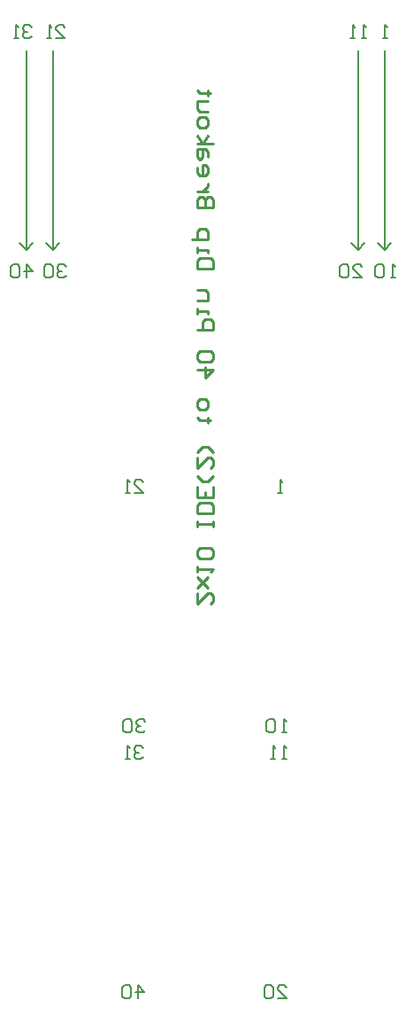
<source format=gbo>
G04 Layer_Color=32896*
%FSLAX25Y25*%
%MOIN*%
G70*
G01*
G75*
%ADD10C,0.00800*%
%ADD16C,0.01000*%
D10*
X157500Y347500D02*
Y422500D01*
X155000Y350000D02*
X157500Y347500D01*
X160000Y350000D01*
X167500Y347500D02*
X170000Y350000D01*
X165000D02*
X167500Y347500D01*
Y422500D01*
X42500Y347500D02*
Y422500D01*
X40000Y350000D02*
X42500Y347500D01*
X45000Y350000D01*
X32500Y347500D02*
X35000Y350000D01*
X30000D02*
X32500Y347500D01*
Y422500D01*
X129000Y256000D02*
X127334D01*
X128167D01*
Y260998D01*
X129000Y260165D01*
X168500Y427000D02*
X166834D01*
X167667D01*
Y431998D01*
X168500Y431165D01*
X171500Y337000D02*
X169834D01*
X170667D01*
Y341998D01*
X171500Y341165D01*
X167335D02*
X166502Y341998D01*
X164836D01*
X164002Y341165D01*
Y337833D01*
X164836Y337000D01*
X166502D01*
X167335Y337833D01*
Y341165D01*
X130500Y166000D02*
X128834D01*
X129667D01*
Y170998D01*
X130500Y170165D01*
X126335D02*
X125502Y170998D01*
X123836D01*
X123002Y170165D01*
Y166833D01*
X123836Y166000D01*
X125502D01*
X126335Y166833D01*
Y170165D01*
X160500Y427000D02*
X158834D01*
X159667D01*
Y431998D01*
X160500Y431165D01*
X156335Y427000D02*
X154669D01*
X155502D01*
Y431998D01*
X156335Y431165D01*
X155668Y337000D02*
X159000D01*
X155668Y340332D01*
Y341165D01*
X156501Y341998D01*
X158167D01*
X159000Y341165D01*
X154002D02*
X153169Y341998D01*
X151502D01*
X150669Y341165D01*
Y337833D01*
X151502Y337000D01*
X153169D01*
X154002Y337833D01*
Y341165D01*
X130500Y156000D02*
X128834D01*
X129667D01*
Y160998D01*
X130500Y160165D01*
X126335Y156000D02*
X124669D01*
X125502D01*
Y160998D01*
X126335Y160165D01*
X127168Y66000D02*
X130500D01*
X127168Y69332D01*
Y70165D01*
X128001Y70998D01*
X129667D01*
X130500Y70165D01*
X125502D02*
X124669Y70998D01*
X123002D01*
X122169Y70165D01*
Y66833D01*
X123002Y66000D01*
X124669D01*
X125502Y66833D01*
Y70165D01*
X47500Y341165D02*
X46667Y341998D01*
X45001D01*
X44168Y341165D01*
Y340332D01*
X45001Y339499D01*
X45834D01*
X45001D01*
X44168Y338666D01*
Y337833D01*
X45001Y337000D01*
X46667D01*
X47500Y337833D01*
X42502Y341165D02*
X41669Y341998D01*
X40002D01*
X39169Y341165D01*
Y337833D01*
X40002Y337000D01*
X41669D01*
X42502Y337833D01*
Y341165D01*
X43668Y427000D02*
X47000D01*
X43668Y430332D01*
Y431165D01*
X44501Y431998D01*
X46167D01*
X47000Y431165D01*
X42002Y427000D02*
X40336D01*
X41169D01*
Y431998D01*
X42002Y431165D01*
X32501Y337000D02*
Y341998D01*
X35000Y339499D01*
X31668D01*
X30002Y341165D02*
X29169Y341998D01*
X27502D01*
X26669Y341165D01*
Y337833D01*
X27502Y337000D01*
X29169D01*
X30002Y337833D01*
Y341165D01*
X34500Y431165D02*
X33667Y431998D01*
X32001D01*
X31168Y431165D01*
Y430332D01*
X32001Y429499D01*
X32834D01*
X32001D01*
X31168Y428666D01*
Y427833D01*
X32001Y427000D01*
X33667D01*
X34500Y427833D01*
X29502Y427000D02*
X27836D01*
X28669D01*
Y431998D01*
X29502Y431165D01*
X76500Y160165D02*
X75667Y160998D01*
X74001D01*
X73168Y160165D01*
Y159332D01*
X74001Y158499D01*
X74834D01*
X74001D01*
X73168Y157666D01*
Y156833D01*
X74001Y156000D01*
X75667D01*
X76500Y156833D01*
X71502Y156000D02*
X69836D01*
X70669D01*
Y160998D01*
X71502Y160165D01*
X74501Y66000D02*
Y70998D01*
X77000Y68499D01*
X73668D01*
X72002Y70165D02*
X71169Y70998D01*
X69502D01*
X68669Y70165D01*
Y66833D01*
X69502Y66000D01*
X71169D01*
X72002Y66833D01*
Y70165D01*
X73168Y256000D02*
X76500D01*
X73168Y259332D01*
Y260165D01*
X74001Y260998D01*
X75667D01*
X76500Y260165D01*
X71502Y256000D02*
X69836D01*
X70669D01*
Y260998D01*
X71502Y260165D01*
X77333Y170165D02*
X76500Y170998D01*
X74834D01*
X74001Y170165D01*
Y169332D01*
X74834Y168499D01*
X75667D01*
X74834D01*
X74001Y167666D01*
Y166833D01*
X74834Y166000D01*
X76500D01*
X77333Y166833D01*
X72335Y170165D02*
X71502Y170998D01*
X69836D01*
X69002Y170165D01*
Y166833D01*
X69836Y166000D01*
X71502D01*
X72335Y166833D01*
Y170165D01*
D16*
X97000Y218499D02*
Y214500D01*
X100999Y218499D01*
X101998D01*
X102998Y217499D01*
Y215500D01*
X101998Y214500D01*
X100999Y220498D02*
X97000Y224497D01*
X98999Y222497D01*
X100999Y224497D01*
X97000Y220498D01*
Y226496D02*
Y228496D01*
Y227496D01*
X102998D01*
X101998Y226496D01*
Y231494D02*
X102998Y232494D01*
Y234493D01*
X101998Y235493D01*
X98000D01*
X97000Y234493D01*
Y232494D01*
X98000Y231494D01*
X101998D01*
X102998Y243491D02*
Y245490D01*
Y244490D01*
X97000D01*
Y243491D01*
Y245490D01*
X102998Y248489D02*
X97000D01*
Y251488D01*
X98000Y252488D01*
X101998D01*
X102998Y251488D01*
Y248489D01*
Y258486D02*
Y254487D01*
X97000D01*
Y258486D01*
X99999Y254487D02*
Y256486D01*
X97000Y262485D02*
X98999Y260485D01*
X100999D01*
X102998Y262485D01*
X97000Y269482D02*
Y265483D01*
X100999Y269482D01*
X101998D01*
X102998Y268482D01*
Y266483D01*
X101998Y265483D01*
X97000Y271482D02*
X98999Y273481D01*
X100999D01*
X102998Y271482D01*
X101998Y283478D02*
X100999D01*
Y282478D01*
Y284477D01*
Y283478D01*
X98000D01*
X97000Y284477D01*
Y288476D02*
Y290475D01*
X98000Y291475D01*
X99999D01*
X100999Y290475D01*
Y288476D01*
X99999Y287476D01*
X98000D01*
X97000Y288476D01*
Y302471D02*
X102998D01*
X99999Y299472D01*
Y303471D01*
X101998Y305471D02*
X102998Y306470D01*
Y308470D01*
X101998Y309469D01*
X98000D01*
X97000Y308470D01*
Y306470D01*
X98000Y305471D01*
X101998D01*
X97000Y317467D02*
X102998D01*
Y320466D01*
X101998Y321465D01*
X99999D01*
X98999Y320466D01*
Y317467D01*
X97000Y323465D02*
Y325464D01*
Y324464D01*
X100999D01*
Y323465D01*
X97000Y328463D02*
X100999D01*
Y331462D01*
X99999Y332462D01*
X97000D01*
X102998Y340459D02*
X97000D01*
Y343458D01*
X98000Y344458D01*
X101998D01*
X102998Y343458D01*
Y340459D01*
X97000Y346457D02*
Y348457D01*
Y347457D01*
X100999D01*
Y346457D01*
X95001Y351456D02*
X100999D01*
Y354455D01*
X99999Y355454D01*
X98000D01*
X97000Y354455D01*
Y351456D01*
X102998Y363452D02*
X97000D01*
Y366451D01*
X98000Y367450D01*
X98999D01*
X99999Y366451D01*
Y363452D01*
Y366451D01*
X100999Y367450D01*
X101998D01*
X102998Y366451D01*
Y363452D01*
X100999Y369450D02*
X97000D01*
X98999D01*
X99999Y370449D01*
X100999Y371449D01*
Y372449D01*
X97000Y378447D02*
Y376448D01*
X98000Y375448D01*
X99999D01*
X100999Y376448D01*
Y378447D01*
X99999Y379447D01*
X98999D01*
Y375448D01*
X100999Y382446D02*
Y384445D01*
X99999Y385445D01*
X97000D01*
Y382446D01*
X98000Y381446D01*
X98999Y382446D01*
Y385445D01*
X97000Y387444D02*
X102998D01*
X98999D02*
X100999Y390443D01*
X98999Y387444D02*
X97000Y390443D01*
Y394442D02*
Y396441D01*
X98000Y397441D01*
X99999D01*
X100999Y396441D01*
Y394442D01*
X99999Y393442D01*
X98000D01*
X97000Y394442D01*
X100999Y399440D02*
X98000D01*
X97000Y400440D01*
Y403439D01*
X100999D01*
X101998Y406438D02*
X100999D01*
Y405438D01*
Y407438D01*
Y406438D01*
X98000D01*
X97000Y407438D01*
M02*

</source>
